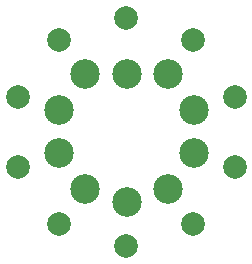
<source format=gbl>
G04 Layer_Physical_Order=2*
G04 Layer_Color=16711680*
%FSLAX25Y25*%
%MOIN*%
G70*
G01*
G75*
%ADD11C,0.07874*%
%ADD12C,0.09843*%
D11*
X-98Y37902D02*
D03*
X-22434Y30644D02*
D03*
X-36239Y11644D02*
D03*
Y-11841D02*
D03*
X-22434Y-30841D02*
D03*
X-98Y-38098D02*
D03*
X22237Y-30841D02*
D03*
X36042Y-11841D02*
D03*
Y11644D02*
D03*
X22237Y30644D02*
D03*
D12*
X0Y19111D02*
D03*
X13885Y-19111D02*
D03*
X-13885D02*
D03*
X22466Y-7300D02*
D03*
X-22466D02*
D03*
X22466Y7300D02*
D03*
X-22466D02*
D03*
X13885Y19111D02*
D03*
X-13885D02*
D03*
X0Y-23622D02*
D03*
M02*

</source>
